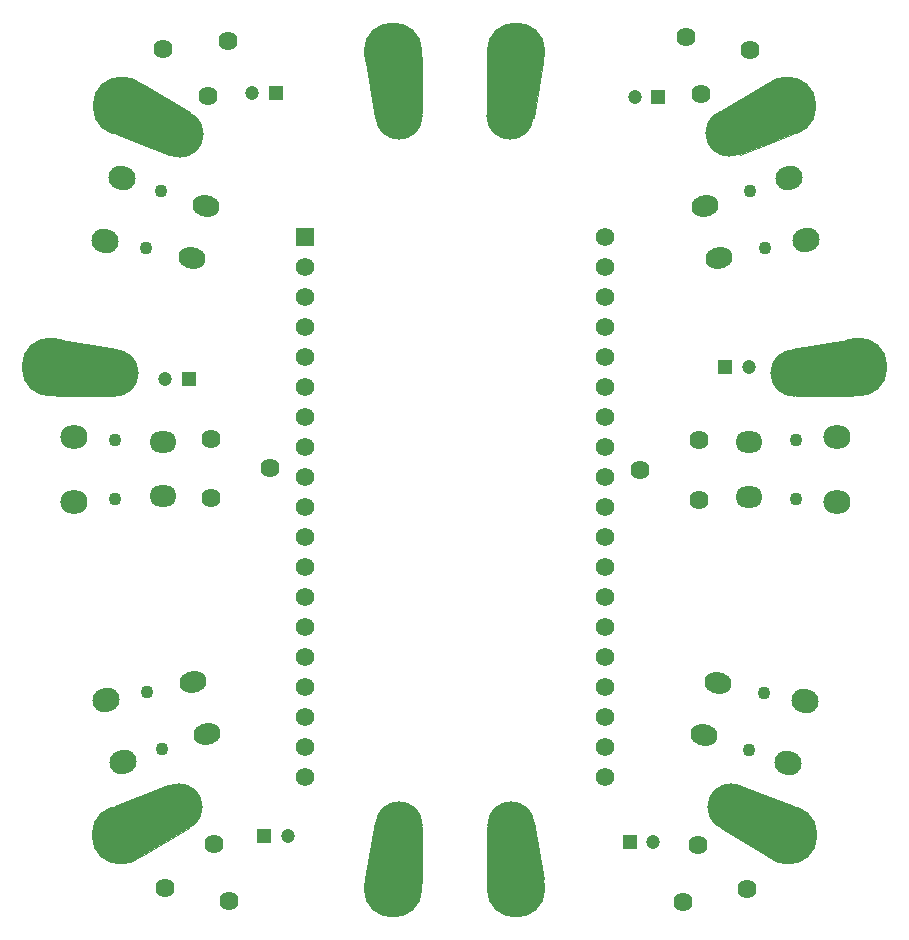
<source format=gbr>
%TF.GenerationSoftware,KiCad,Pcbnew,(6.0.2-0)*%
%TF.CreationDate,2022-03-08T15:03:46+01:00*%
%TF.ProjectId,ESP_aux_breakout,4553505f-6175-4785-9f62-7265616b6f75,rev?*%
%TF.SameCoordinates,Original*%
%TF.FileFunction,Soldermask,Top*%
%TF.FilePolarity,Negative*%
%FSLAX46Y46*%
G04 Gerber Fmt 4.6, Leading zero omitted, Abs format (unit mm)*
G04 Created by KiCad (PCBNEW (6.0.2-0)) date 2022-03-08 15:03:46*
%MOMM*%
%LPD*%
G01*
G04 APERTURE LIST*
G04 Aperture macros list*
%AMHorizOval*
0 Thick line with rounded ends*
0 $1 width*
0 $2 $3 position (X,Y) of the first rounded end (center of the circle)*
0 $4 $5 position (X,Y) of the second rounded end (center of the circle)*
0 Add line between two ends*
20,1,$1,$2,$3,$4,$5,0*
0 Add two circle primitives to create the rounded ends*
1,1,$1,$2,$3*
1,1,$1,$4,$5*%
G04 Aperture macros list end*
%ADD10C,0.100000*%
%ADD11C,5.000000*%
%ADD12C,4.000000*%
%ADD13R,1.200000X1.200000*%
%ADD14C,1.200000*%
%ADD15C,1.560000*%
%ADD16R,1.560000X1.560000*%
%ADD17HorizOval,2.000000X-0.144889X0.038823X0.144889X-0.038823X0*%
%ADD18HorizOval,1.800000X-0.241481X0.064705X0.241481X-0.064705X0*%
%ADD19C,1.100000*%
%ADD20O,2.300000X2.000000*%
%ADD21O,2.300000X1.800000*%
%ADD22HorizOval,2.000000X0.144889X0.038823X-0.144889X-0.038823X0*%
%ADD23HorizOval,1.800000X0.241481X0.064705X-0.241481X-0.064705X0*%
%ADD24HorizOval,2.000000X-0.144889X-0.038823X0.144889X0.038823X0*%
%ADD25HorizOval,1.800000X-0.241481X-0.064705X0.241481X0.064705X0*%
%ADD26C,1.620000*%
G04 APERTURE END LIST*
D10*
%TO.C,U5*%
X162019795Y-45388472D02*
X161291939Y-46633552D01*
X161291939Y-46633552D02*
X161283118Y-47527936D01*
X161283118Y-47527936D02*
X161809164Y-48606489D01*
X161809164Y-48606489D02*
X163054244Y-49334345D01*
X163054244Y-49334345D02*
X163948628Y-49343165D01*
X163948628Y-49343165D02*
X164036302Y-49522924D01*
X164036302Y-49522924D02*
X159546742Y-51267588D01*
X159546742Y-51267588D02*
X159459068Y-51087829D01*
X159459068Y-51087829D02*
X160090429Y-50557374D01*
X160090429Y-50557374D02*
X160366683Y-49755074D01*
X160366683Y-49755074D02*
X160375504Y-48860691D01*
X160375504Y-48860691D02*
X160024807Y-48141656D01*
X160024807Y-48141656D02*
X158955074Y-47773317D01*
X158955074Y-47773317D02*
X158240450Y-47676822D01*
X158240450Y-47676822D02*
X157880932Y-47852171D01*
X157880932Y-47852171D02*
X157793258Y-47672412D01*
X157793258Y-47672412D02*
X161932121Y-45208713D01*
X161932121Y-45208713D02*
X162019795Y-45388472D01*
G36*
X162019795Y-45388472D02*
G01*
X161291939Y-46633552D01*
X161283118Y-47527936D01*
X161809164Y-48606489D01*
X163054244Y-49334345D01*
X163948628Y-49343165D01*
X164036302Y-49522924D01*
X159546742Y-51267588D01*
X159459068Y-51087829D01*
X160090429Y-50557374D01*
X160366683Y-49755074D01*
X160375504Y-48860691D01*
X160024807Y-48141656D01*
X158955074Y-47773317D01*
X158240450Y-47676822D01*
X157880932Y-47852171D01*
X157793258Y-47672412D01*
X161932121Y-45208713D01*
X162019795Y-45388472D01*
G37*
X162019795Y-45388472D02*
X161291939Y-46633552D01*
X161283118Y-47527936D01*
X161809164Y-48606489D01*
X163054244Y-49334345D01*
X163948628Y-49343165D01*
X164036302Y-49522924D01*
X159546742Y-51267588D01*
X159459068Y-51087829D01*
X160090429Y-50557374D01*
X160366683Y-49755074D01*
X160375504Y-48860691D01*
X160024807Y-48141656D01*
X158955074Y-47773317D01*
X158240450Y-47676822D01*
X157880932Y-47852171D01*
X157793258Y-47672412D01*
X161932121Y-45208713D01*
X162019795Y-45388472D01*
%TO.C,U2*%
X106831372Y-49353165D02*
X108260622Y-49160176D01*
X108260622Y-49160176D02*
X108970836Y-48616489D01*
X108970836Y-48616489D02*
X109496882Y-47537936D01*
X109496882Y-47537936D02*
X109303892Y-46108686D01*
X109303892Y-46108686D02*
X108760205Y-45398472D01*
X108760205Y-45398472D02*
X108847879Y-45218713D01*
X108847879Y-45218713D02*
X112986742Y-47682412D01*
X112986742Y-47682412D02*
X112899068Y-47862171D01*
X112899068Y-47862171D02*
X112092359Y-47691233D01*
X112092359Y-47691233D02*
X111290059Y-47967486D01*
X111290059Y-47967486D02*
X110579845Y-48511173D01*
X110579845Y-48511173D02*
X110229148Y-49230208D01*
X110229148Y-49230208D02*
X110597486Y-50299941D01*
X110597486Y-50299941D02*
X110961414Y-50922481D01*
X110961414Y-50922481D02*
X111320932Y-51097829D01*
X111320932Y-51097829D02*
X111233258Y-51277588D01*
X111233258Y-51277588D02*
X106743698Y-49532924D01*
X106743698Y-49532924D02*
X106831372Y-49353165D01*
G36*
X112986742Y-47682412D02*
G01*
X112899068Y-47862171D01*
X112092359Y-47691233D01*
X111290059Y-47967486D01*
X110579845Y-48511173D01*
X110229148Y-49230208D01*
X110597486Y-50299941D01*
X110961414Y-50922481D01*
X111320932Y-51097829D01*
X111233258Y-51277588D01*
X106743698Y-49532924D01*
X106831372Y-49353165D01*
X108260622Y-49160176D01*
X108970836Y-48616489D01*
X109496882Y-47537936D01*
X109303892Y-46108686D01*
X108760205Y-45398472D01*
X108847879Y-45218713D01*
X112986742Y-47682412D01*
G37*
X112986742Y-47682412D02*
X112899068Y-47862171D01*
X112092359Y-47691233D01*
X111290059Y-47967486D01*
X110579845Y-48511173D01*
X110229148Y-49230208D01*
X110597486Y-50299941D01*
X110961414Y-50922481D01*
X111320932Y-51097829D01*
X111233258Y-51277588D01*
X106743698Y-49532924D01*
X106831372Y-49353165D01*
X108260622Y-49160176D01*
X108970836Y-48616489D01*
X109496882Y-47537936D01*
X109303892Y-46108686D01*
X108760205Y-45398472D01*
X108847879Y-45218713D01*
X112986742Y-47682412D01*
%TO.C,U3*%
X101646523Y-71513281D02*
X102911681Y-70820912D01*
X102911681Y-70820912D02*
X103379884Y-70058818D01*
X103379884Y-70058818D02*
X103484470Y-68863385D01*
X103484470Y-68863385D02*
X102792102Y-67598227D01*
X102792102Y-67598227D02*
X102030008Y-67130024D01*
X102030008Y-67130024D02*
X102047439Y-66930785D01*
X102047439Y-66930785D02*
X106794311Y-67747611D01*
X106794311Y-67747611D02*
X106776880Y-67946850D01*
X106776880Y-67946850D02*
X105962493Y-68076364D01*
X105962493Y-68076364D02*
X105312483Y-68621787D01*
X105312483Y-68621787D02*
X104844281Y-69383881D01*
X104844281Y-69383881D02*
X104774556Y-70180836D01*
X104774556Y-70180836D02*
X105501787Y-71047517D01*
X105501787Y-71047517D02*
X106064642Y-71498288D01*
X106064642Y-71498288D02*
X106463120Y-71533150D01*
X106463120Y-71533150D02*
X106445689Y-71732389D01*
X106445689Y-71732389D02*
X101629092Y-71712520D01*
X101629092Y-71712520D02*
X101646523Y-71513281D01*
G36*
X106794311Y-67747611D02*
G01*
X106776880Y-67946850D01*
X105962493Y-68076364D01*
X105312483Y-68621787D01*
X104844281Y-69383881D01*
X104774556Y-70180836D01*
X105501787Y-71047517D01*
X106064642Y-71498288D01*
X106463120Y-71533150D01*
X106445689Y-71732389D01*
X101629092Y-71712520D01*
X101646523Y-71513281D01*
X102911681Y-70820912D01*
X103379884Y-70058818D01*
X103484470Y-68863385D01*
X102792102Y-67598227D01*
X102030008Y-67130024D01*
X102047439Y-66930785D01*
X106794311Y-67747611D01*
G37*
X106794311Y-67747611D02*
X106776880Y-67946850D01*
X105962493Y-68076364D01*
X105312483Y-68621787D01*
X104844281Y-69383881D01*
X104774556Y-70180836D01*
X105501787Y-71047517D01*
X106064642Y-71498288D01*
X106463120Y-71533150D01*
X106445689Y-71732389D01*
X101629092Y-71712520D01*
X101646523Y-71513281D01*
X102911681Y-70820912D01*
X103379884Y-70058818D01*
X103484470Y-68863385D01*
X102792102Y-67598227D01*
X102030008Y-67130024D01*
X102047439Y-66930785D01*
X106794311Y-67747611D01*
%TO.C,U4*%
X108680205Y-110551528D02*
X109408061Y-109306448D01*
X109408061Y-109306448D02*
X109416882Y-108412064D01*
X109416882Y-108412064D02*
X108890836Y-107333511D01*
X108890836Y-107333511D02*
X107645756Y-106605655D01*
X107645756Y-106605655D02*
X106751372Y-106596835D01*
X106751372Y-106596835D02*
X106663698Y-106417076D01*
X106663698Y-106417076D02*
X111153258Y-104672412D01*
X111153258Y-104672412D02*
X111240932Y-104852171D01*
X111240932Y-104852171D02*
X110609571Y-105382626D01*
X110609571Y-105382626D02*
X110333317Y-106184926D01*
X110333317Y-106184926D02*
X110324496Y-107079309D01*
X110324496Y-107079309D02*
X110675193Y-107798344D01*
X110675193Y-107798344D02*
X111744926Y-108166683D01*
X111744926Y-108166683D02*
X112459550Y-108263178D01*
X112459550Y-108263178D02*
X112819068Y-108087829D01*
X112819068Y-108087829D02*
X112906742Y-108267588D01*
X112906742Y-108267588D02*
X108767879Y-110731287D01*
X108767879Y-110731287D02*
X108680205Y-110551528D01*
G36*
X111240932Y-104852171D02*
G01*
X110609571Y-105382626D01*
X110333317Y-106184926D01*
X110324496Y-107079309D01*
X110675193Y-107798344D01*
X111744926Y-108166683D01*
X112459550Y-108263178D01*
X112819068Y-108087829D01*
X112906742Y-108267588D01*
X108767879Y-110731287D01*
X108680205Y-110551528D01*
X109408061Y-109306448D01*
X109416882Y-108412064D01*
X108890836Y-107333511D01*
X107645756Y-106605655D01*
X106751372Y-106596835D01*
X106663698Y-106417076D01*
X111153258Y-104672412D01*
X111240932Y-104852171D01*
G37*
X111240932Y-104852171D02*
X110609571Y-105382626D01*
X110333317Y-106184926D01*
X110324496Y-107079309D01*
X110675193Y-107798344D01*
X111744926Y-108166683D01*
X112459550Y-108263178D01*
X112819068Y-108087829D01*
X112906742Y-108267588D01*
X108767879Y-110731287D01*
X108680205Y-110551528D01*
X109408061Y-109306448D01*
X109416882Y-108412064D01*
X108890836Y-107333511D01*
X107645756Y-106605655D01*
X106751372Y-106596835D01*
X106663698Y-106417076D01*
X111153258Y-104672412D01*
X111240932Y-104852171D01*
%TO.C,U6*%
X168729992Y-67130024D02*
X167604283Y-68031567D01*
X167604283Y-68031567D02*
X167275530Y-68863385D01*
X167275530Y-68863385D02*
X167380116Y-70058818D01*
X167380116Y-70058818D02*
X168281659Y-71184527D01*
X168281659Y-71184527D02*
X169113477Y-71513281D01*
X169113477Y-71513281D02*
X169130908Y-71712520D01*
X169130908Y-71712520D02*
X164314311Y-71732389D01*
X164314311Y-71732389D02*
X164296880Y-71533150D01*
X164296880Y-71533150D02*
X165076405Y-71264187D01*
X165076405Y-71264187D02*
X165621828Y-70614177D01*
X165621828Y-70614177D02*
X165950582Y-69782359D01*
X165950582Y-69782359D02*
X165880857Y-68985403D01*
X165880857Y-68985403D02*
X165014177Y-68258172D01*
X165014177Y-68258172D02*
X164381598Y-67911987D01*
X164381598Y-67911987D02*
X163983120Y-67946850D01*
X163983120Y-67946850D02*
X163965689Y-67747611D01*
X163965689Y-67747611D02*
X168712561Y-66930785D01*
X168712561Y-66930785D02*
X168729992Y-67130024D01*
G36*
X168729992Y-67130024D02*
G01*
X167604283Y-68031567D01*
X167275530Y-68863385D01*
X167380116Y-70058818D01*
X168281659Y-71184527D01*
X169113477Y-71513281D01*
X169130908Y-71712520D01*
X164314311Y-71732389D01*
X164296880Y-71533150D01*
X165076405Y-71264187D01*
X165621828Y-70614177D01*
X165950582Y-69782359D01*
X165880857Y-68985403D01*
X165014177Y-68258172D01*
X164381598Y-67911987D01*
X163983120Y-67946850D01*
X163965689Y-67747611D01*
X168712561Y-66930785D01*
X168729992Y-67130024D01*
G37*
X168729992Y-67130024D02*
X167604283Y-68031567D01*
X167275530Y-68863385D01*
X167380116Y-70058818D01*
X168281659Y-71184527D01*
X169113477Y-71513281D01*
X169130908Y-71712520D01*
X164314311Y-71732389D01*
X164296880Y-71533150D01*
X165076405Y-71264187D01*
X165621828Y-70614177D01*
X165950582Y-69782359D01*
X165880857Y-68985403D01*
X165014177Y-68258172D01*
X164381598Y-67911987D01*
X163983120Y-67946850D01*
X163965689Y-67747611D01*
X168712561Y-66930785D01*
X168729992Y-67130024D01*
%TO.C,U7*%
X164068628Y-106626835D02*
X162639378Y-106819824D01*
X162639378Y-106819824D02*
X161929164Y-107363511D01*
X161929164Y-107363511D02*
X161403118Y-108442064D01*
X161403118Y-108442064D02*
X161596108Y-109871314D01*
X161596108Y-109871314D02*
X162139795Y-110581528D01*
X162139795Y-110581528D02*
X162052121Y-110761287D01*
X162052121Y-110761287D02*
X157913258Y-108297588D01*
X157913258Y-108297588D02*
X158000932Y-108117829D01*
X158000932Y-108117829D02*
X158807641Y-108288767D01*
X158807641Y-108288767D02*
X159609941Y-108012514D01*
X159609941Y-108012514D02*
X160320155Y-107468827D01*
X160320155Y-107468827D02*
X160670852Y-106749792D01*
X160670852Y-106749792D02*
X160302514Y-105680059D01*
X160302514Y-105680059D02*
X159938586Y-105057519D01*
X159938586Y-105057519D02*
X159579068Y-104882171D01*
X159579068Y-104882171D02*
X159666742Y-104702412D01*
X159666742Y-104702412D02*
X164156302Y-106447076D01*
X164156302Y-106447076D02*
X164068628Y-106626835D01*
G36*
X164156302Y-106447076D02*
G01*
X164068628Y-106626835D01*
X162639378Y-106819824D01*
X161929164Y-107363511D01*
X161403118Y-108442064D01*
X161596108Y-109871314D01*
X162139795Y-110581528D01*
X162052121Y-110761287D01*
X157913258Y-108297588D01*
X158000932Y-108117829D01*
X158807641Y-108288767D01*
X159609941Y-108012514D01*
X160320155Y-107468827D01*
X160670852Y-106749792D01*
X160302514Y-105680059D01*
X159938586Y-105057519D01*
X159579068Y-104882171D01*
X159666742Y-104702412D01*
X164156302Y-106447076D01*
G37*
X164156302Y-106447076D02*
X164068628Y-106626835D01*
X162639378Y-106819824D01*
X161929164Y-107363511D01*
X161403118Y-108442064D01*
X161596108Y-109871314D01*
X162139795Y-110581528D01*
X162052121Y-110761287D01*
X157913258Y-108297588D01*
X158000932Y-108117829D01*
X158807641Y-108288767D01*
X159609941Y-108012514D01*
X160320155Y-107468827D01*
X160670852Y-106749792D01*
X160302514Y-105680059D01*
X159938586Y-105057519D01*
X159579068Y-104882171D01*
X159666742Y-104702412D01*
X164156302Y-106447076D01*
%TO.C,U8*%
X128060024Y-43360008D02*
X128961567Y-44485717D01*
X128961567Y-44485717D02*
X129793385Y-44814470D01*
X129793385Y-44814470D02*
X130988818Y-44709884D01*
X130988818Y-44709884D02*
X132114527Y-43808341D01*
X132114527Y-43808341D02*
X132443281Y-42976523D01*
X132443281Y-42976523D02*
X132642520Y-42959092D01*
X132642520Y-42959092D02*
X132662389Y-47775689D01*
X132662389Y-47775689D02*
X132463150Y-47793120D01*
X132463150Y-47793120D02*
X132194187Y-47013595D01*
X132194187Y-47013595D02*
X131544177Y-46468172D01*
X131544177Y-46468172D02*
X130712359Y-46139418D01*
X130712359Y-46139418D02*
X129915403Y-46209143D01*
X129915403Y-46209143D02*
X129188172Y-47075823D01*
X129188172Y-47075823D02*
X128841987Y-47708402D01*
X128841987Y-47708402D02*
X128876850Y-48106880D01*
X128876850Y-48106880D02*
X128677611Y-48124311D01*
X128677611Y-48124311D02*
X127860785Y-43377439D01*
X127860785Y-43377439D02*
X128060024Y-43360008D01*
G36*
X132662389Y-47775689D02*
G01*
X132463150Y-47793120D01*
X132194187Y-47013595D01*
X131544177Y-46468172D01*
X130712359Y-46139418D01*
X129915403Y-46209143D01*
X129188172Y-47075823D01*
X128841987Y-47708402D01*
X128876850Y-48106880D01*
X128677611Y-48124311D01*
X127860785Y-43377439D01*
X128060024Y-43360008D01*
X128961567Y-44485717D01*
X129793385Y-44814470D01*
X130988818Y-44709884D01*
X132114527Y-43808341D01*
X132443281Y-42976523D01*
X132642520Y-42959092D01*
X132662389Y-47775689D01*
G37*
X132662389Y-47775689D02*
X132463150Y-47793120D01*
X132194187Y-47013595D01*
X131544177Y-46468172D01*
X130712359Y-46139418D01*
X129915403Y-46209143D01*
X129188172Y-47075823D01*
X128841987Y-47708402D01*
X128876850Y-48106880D01*
X128677611Y-48124311D01*
X127860785Y-43377439D01*
X128060024Y-43360008D01*
X128961567Y-44485717D01*
X129793385Y-44814470D01*
X130988818Y-44709884D01*
X132114527Y-43808341D01*
X132443281Y-42976523D01*
X132642520Y-42959092D01*
X132662389Y-47775689D01*
%TO.C,U9*%
X132433281Y-112953477D02*
X131740912Y-111688319D01*
X131740912Y-111688319D02*
X130978818Y-111220116D01*
X130978818Y-111220116D02*
X129783385Y-111115530D01*
X129783385Y-111115530D02*
X128518227Y-111807898D01*
X128518227Y-111807898D02*
X128050024Y-112569992D01*
X128050024Y-112569992D02*
X127850785Y-112552561D01*
X127850785Y-112552561D02*
X128667611Y-107805689D01*
X128667611Y-107805689D02*
X128866850Y-107823120D01*
X128866850Y-107823120D02*
X128996364Y-108637507D01*
X128996364Y-108637507D02*
X129541787Y-109287517D01*
X129541787Y-109287517D02*
X130303881Y-109755719D01*
X130303881Y-109755719D02*
X131100836Y-109825444D01*
X131100836Y-109825444D02*
X131967517Y-109098213D01*
X131967517Y-109098213D02*
X132418288Y-108535358D01*
X132418288Y-108535358D02*
X132453150Y-108136880D01*
X132453150Y-108136880D02*
X132652389Y-108154311D01*
X132652389Y-108154311D02*
X132632520Y-112970908D01*
X132632520Y-112970908D02*
X132433281Y-112953477D01*
G36*
X128866850Y-107823120D02*
G01*
X128996364Y-108637507D01*
X129541787Y-109287517D01*
X130303881Y-109755719D01*
X131100836Y-109825444D01*
X131967517Y-109098213D01*
X132418288Y-108535358D01*
X132453150Y-108136880D01*
X132652389Y-108154311D01*
X132632520Y-112970908D01*
X132433281Y-112953477D01*
X131740912Y-111688319D01*
X130978818Y-111220116D01*
X129783385Y-111115530D01*
X128518227Y-111807898D01*
X128050024Y-112569992D01*
X127850785Y-112552561D01*
X128667611Y-107805689D01*
X128866850Y-107823120D01*
G37*
X128866850Y-107823120D02*
X128996364Y-108637507D01*
X129541787Y-109287517D01*
X130303881Y-109755719D01*
X131100836Y-109825444D01*
X131967517Y-109098213D01*
X132418288Y-108535358D01*
X132453150Y-108136880D01*
X132652389Y-108154311D01*
X132632520Y-112970908D01*
X132433281Y-112953477D01*
X131740912Y-111688319D01*
X130978818Y-111220116D01*
X129783385Y-111115530D01*
X128518227Y-111807898D01*
X128050024Y-112569992D01*
X127850785Y-112552561D01*
X128667611Y-107805689D01*
X128866850Y-107823120D01*
%TO.C,U10*%
X138336719Y-42976523D02*
X139029088Y-44241681D01*
X139029088Y-44241681D02*
X139791182Y-44709884D01*
X139791182Y-44709884D02*
X140986615Y-44814470D01*
X140986615Y-44814470D02*
X142251773Y-44122102D01*
X142251773Y-44122102D02*
X142719976Y-43360008D01*
X142719976Y-43360008D02*
X142919215Y-43377439D01*
X142919215Y-43377439D02*
X142102389Y-48124311D01*
X142102389Y-48124311D02*
X141903150Y-48106880D01*
X141903150Y-48106880D02*
X141773636Y-47292493D01*
X141773636Y-47292493D02*
X141228213Y-46642483D01*
X141228213Y-46642483D02*
X140466119Y-46174281D01*
X140466119Y-46174281D02*
X139669164Y-46104556D01*
X139669164Y-46104556D02*
X138802483Y-46831787D01*
X138802483Y-46831787D02*
X138351712Y-47394642D01*
X138351712Y-47394642D02*
X138316850Y-47793120D01*
X138316850Y-47793120D02*
X138117611Y-47775689D01*
X138117611Y-47775689D02*
X138137480Y-42959092D01*
X138137480Y-42959092D02*
X138336719Y-42976523D01*
G36*
X138336719Y-42976523D02*
G01*
X139029088Y-44241681D01*
X139791182Y-44709884D01*
X140986615Y-44814470D01*
X142251773Y-44122102D01*
X142719976Y-43360008D01*
X142919215Y-43377439D01*
X142102389Y-48124311D01*
X141903150Y-48106880D01*
X141773636Y-47292493D01*
X141228213Y-46642483D01*
X140466119Y-46174281D01*
X139669164Y-46104556D01*
X138802483Y-46831787D01*
X138351712Y-47394642D01*
X138316850Y-47793120D01*
X138117611Y-47775689D01*
X138137480Y-42959092D01*
X138336719Y-42976523D01*
G37*
X138336719Y-42976523D02*
X139029088Y-44241681D01*
X139791182Y-44709884D01*
X140986615Y-44814470D01*
X142251773Y-44122102D01*
X142719976Y-43360008D01*
X142919215Y-43377439D01*
X142102389Y-48124311D01*
X141903150Y-48106880D01*
X141773636Y-47292493D01*
X141228213Y-46642483D01*
X140466119Y-46174281D01*
X139669164Y-46104556D01*
X138802483Y-46831787D01*
X138351712Y-47394642D01*
X138316850Y-47793120D01*
X138117611Y-47775689D01*
X138137480Y-42959092D01*
X138336719Y-42976523D01*
%TO.C,U11*%
X142749976Y-112569992D02*
X141848433Y-111444283D01*
X141848433Y-111444283D02*
X141016615Y-111115530D01*
X141016615Y-111115530D02*
X139821182Y-111220116D01*
X139821182Y-111220116D02*
X138695473Y-112121659D01*
X138695473Y-112121659D02*
X138366719Y-112953477D01*
X138366719Y-112953477D02*
X138167480Y-112970908D01*
X138167480Y-112970908D02*
X138147611Y-108154311D01*
X138147611Y-108154311D02*
X138346850Y-108136880D01*
X138346850Y-108136880D02*
X138615813Y-108916405D01*
X138615813Y-108916405D02*
X139265823Y-109461828D01*
X139265823Y-109461828D02*
X140097641Y-109790582D01*
X140097641Y-109790582D02*
X140894597Y-109720857D01*
X140894597Y-109720857D02*
X141621828Y-108854177D01*
X141621828Y-108854177D02*
X141968013Y-108221598D01*
X141968013Y-108221598D02*
X141933150Y-107823120D01*
X141933150Y-107823120D02*
X142132389Y-107805689D01*
X142132389Y-107805689D02*
X142949215Y-112552561D01*
X142949215Y-112552561D02*
X142749976Y-112569992D01*
G36*
X142949215Y-112552561D02*
G01*
X142749976Y-112569992D01*
X141848433Y-111444283D01*
X141016615Y-111115530D01*
X139821182Y-111220116D01*
X138695473Y-112121659D01*
X138366719Y-112953477D01*
X138167480Y-112970908D01*
X138147611Y-108154311D01*
X138346850Y-108136880D01*
X138615813Y-108916405D01*
X139265823Y-109461828D01*
X140097641Y-109790582D01*
X140894597Y-109720857D01*
X141621828Y-108854177D01*
X141968013Y-108221598D01*
X141933150Y-107823120D01*
X142132389Y-107805689D01*
X142949215Y-112552561D01*
G37*
X142949215Y-112552561D02*
X142749976Y-112569992D01*
X141848433Y-111444283D01*
X141016615Y-111115530D01*
X139821182Y-111220116D01*
X138695473Y-112121659D01*
X138366719Y-112953477D01*
X138167480Y-112970908D01*
X138147611Y-108154311D01*
X138346850Y-108136880D01*
X138615813Y-108916405D01*
X139265823Y-109461828D01*
X140097641Y-109790582D01*
X140894597Y-109720857D01*
X141621828Y-108854177D01*
X141968013Y-108221598D01*
X141933150Y-107823120D01*
X142132389Y-107805689D01*
X142949215Y-112552561D01*
%TD*%
D11*
%TO.C,U5*%
X163523488Y-47102796D03*
D12*
X158670000Y-49470000D03*
%TD*%
D13*
%TO.C,C1*%
X120280000Y-46010000D03*
D14*
X118280000Y-46010000D03*
%TD*%
D15*
%TO.C,U1*%
X148170000Y-103920000D03*
X148170000Y-101380000D03*
X148170000Y-98840000D03*
X148170000Y-96300000D03*
X148170000Y-93760000D03*
X148170000Y-91220000D03*
X148170000Y-88680000D03*
X148170000Y-86140000D03*
X148170000Y-83600000D03*
X148170000Y-81060000D03*
X148170000Y-78520000D03*
X148170000Y-75980000D03*
X148170000Y-73440000D03*
X148170000Y-70900000D03*
X148170000Y-68360000D03*
X148170000Y-65820000D03*
X148170000Y-63280000D03*
X148170000Y-60740000D03*
X148170000Y-58200000D03*
X122770000Y-101380000D03*
X122770000Y-98840000D03*
X122770000Y-96300000D03*
X122770000Y-93760000D03*
X122770000Y-91220000D03*
X122770000Y-88680000D03*
X122770000Y-86140000D03*
X122770000Y-83600000D03*
X122770000Y-81060000D03*
X122770000Y-78520000D03*
X122770000Y-75980000D03*
X122770000Y-73440000D03*
X122770000Y-70900000D03*
X122770000Y-68360000D03*
X122770000Y-65820000D03*
X122770000Y-63280000D03*
X122770000Y-103920000D03*
X122770000Y-60740000D03*
D16*
X122770000Y-58200000D03*
%TD*%
D17*
%TO.C,J1*%
X107253505Y-53227408D03*
X105830000Y-58540000D03*
D18*
X113190912Y-60046476D03*
X114381480Y-55603217D03*
D19*
X109275445Y-59204385D03*
X110569540Y-54374756D03*
%TD*%
D13*
%TO.C,C2*%
X112880000Y-70270000D03*
D14*
X110880000Y-70270000D03*
%TD*%
D13*
%TO.C,C3*%
X119250000Y-108950000D03*
D14*
X121250000Y-108950000D03*
%TD*%
D13*
%TO.C,C4*%
X152640000Y-46390000D03*
D14*
X150640000Y-46390000D03*
%TD*%
D13*
%TO.C,C5*%
X158320000Y-69210000D03*
D14*
X160320000Y-69210000D03*
%TD*%
D13*
%TO.C,C6*%
X150220000Y-109450000D03*
D14*
X152220000Y-109450000D03*
%TD*%
D20*
%TO.C,J2*%
X103180000Y-75140000D03*
X103180000Y-80640000D03*
D21*
X110680000Y-80190000D03*
X110680000Y-75590000D03*
D19*
X106680000Y-80390000D03*
X106680000Y-75390000D03*
%TD*%
D22*
%TO.C,J3*%
X105866495Y-97407408D03*
X107290000Y-102720000D03*
D23*
X114417975Y-100344191D03*
X113227408Y-95900932D03*
D19*
X110606036Y-101572652D03*
X109311940Y-96743023D03*
%TD*%
D24*
%TO.C,J4*%
X165123505Y-58512592D03*
X163700000Y-53200000D03*
D25*
X156572025Y-55575809D03*
X157762592Y-60019068D03*
D19*
X160383964Y-54347348D03*
X161678060Y-59176977D03*
%TD*%
D20*
%TO.C,J5*%
X167800000Y-80670000D03*
X167800000Y-75170000D03*
D21*
X160300000Y-75620000D03*
X160300000Y-80220000D03*
D19*
X164300000Y-75420000D03*
X164300000Y-80420000D03*
%TD*%
D17*
%TO.C,J6*%
X163656495Y-102802592D03*
X165080000Y-97490000D03*
D18*
X157719088Y-95983524D03*
X156528520Y-100426783D03*
D19*
X161634555Y-96825615D03*
X160340460Y-101655244D03*
%TD*%
D26*
%TO.C,RV1*%
X114529899Y-46338463D03*
X110686487Y-42279131D03*
X116240000Y-41640000D03*
%TD*%
%TO.C,RV2*%
X114780000Y-75300000D03*
X119780000Y-77800000D03*
X114780000Y-80300000D03*
%TD*%
%TO.C,RV3*%
X116314095Y-114479629D03*
X110837418Y-113358910D03*
X115020000Y-109650000D03*
%TD*%
%TO.C,RV4*%
X154955905Y-41280371D03*
X160432582Y-42401090D03*
X156250000Y-46110000D03*
%TD*%
%TO.C,RV5*%
X156110000Y-80460000D03*
X151110000Y-77960000D03*
X156110000Y-75460000D03*
%TD*%
%TO.C,RV6*%
X155997418Y-109711090D03*
X160180000Y-113420000D03*
X154703323Y-114540719D03*
%TD*%
D11*
%TO.C,U2*%
X107256512Y-47112796D03*
D12*
X112110000Y-49480000D03*
%TD*%
D11*
%TO.C,U3*%
X101240549Y-69269359D03*
D12*
X106620000Y-69740000D03*
%TD*%
D11*
%TO.C,U4*%
X107176512Y-108837204D03*
D12*
X112030000Y-106470000D03*
%TD*%
D11*
%TO.C,U6*%
X169519451Y-69269359D03*
D12*
X164140000Y-69740000D03*
%TD*%
D11*
%TO.C,U7*%
X163643488Y-108867204D03*
D12*
X158790000Y-106500000D03*
%TD*%
D11*
%TO.C,U8*%
X130199359Y-42570549D03*
D12*
X130670000Y-47950000D03*
%TD*%
D11*
%TO.C,U9*%
X130189359Y-113359451D03*
D12*
X130660000Y-107980000D03*
%TD*%
D11*
%TO.C,U10*%
X140580641Y-42570549D03*
D12*
X140110000Y-47950000D03*
%TD*%
D11*
%TO.C,U11*%
X140610641Y-113359451D03*
D12*
X140140000Y-107980000D03*
%TD*%
M02*

</source>
